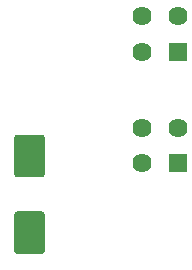
<source format=gbr>
%TF.GenerationSoftware,KiCad,Pcbnew,(5.1.6)-1*%
%TF.CreationDate,2020-11-25T11:54:25+11:00*%
%TF.ProjectId,HUD Panel PCB V1,48554420-5061-46e6-956c-205043422056,rev?*%
%TF.SameCoordinates,Original*%
%TF.FileFunction,Soldermask,Bot*%
%TF.FilePolarity,Negative*%
%FSLAX46Y46*%
G04 Gerber Fmt 4.6, Leading zero omitted, Abs format (unit mm)*
G04 Created by KiCad (PCBNEW (5.1.6)-1) date 2020-11-25 11:54:25*
%MOMM*%
%LPD*%
G01*
G04 APERTURE LIST*
%ADD10C,1.620000*%
%ADD11R,1.620000X1.620000*%
G04 APERTURE END LIST*
D10*
%TO.C,J2*%
X121511001Y-58518801D03*
X121511001Y-61518800D03*
X124511000Y-58518801D03*
D11*
X124511000Y-61518800D03*
%TD*%
D10*
%TO.C,J1*%
X121511001Y-67970401D03*
X121511001Y-70970400D03*
X124511000Y-67970401D03*
D11*
X124511000Y-70970400D03*
%TD*%
%TO.C,C1*%
G36*
G01*
X110922000Y-75059200D02*
X113002000Y-75059200D01*
G75*
G02*
X113262000Y-75319200I0J-260000D01*
G01*
X113262000Y-78399200D01*
G75*
G02*
X113002000Y-78659200I-260000J0D01*
G01*
X110922000Y-78659200D01*
G75*
G02*
X110662000Y-78399200I0J260000D01*
G01*
X110662000Y-75319200D01*
G75*
G02*
X110922000Y-75059200I260000J0D01*
G01*
G37*
G36*
G01*
X110922000Y-68559200D02*
X113002000Y-68559200D01*
G75*
G02*
X113262000Y-68819200I0J-260000D01*
G01*
X113262000Y-71899200D01*
G75*
G02*
X113002000Y-72159200I-260000J0D01*
G01*
X110922000Y-72159200D01*
G75*
G02*
X110662000Y-71899200I0J260000D01*
G01*
X110662000Y-68819200D01*
G75*
G02*
X110922000Y-68559200I260000J0D01*
G01*
G37*
%TD*%
M02*

</source>
